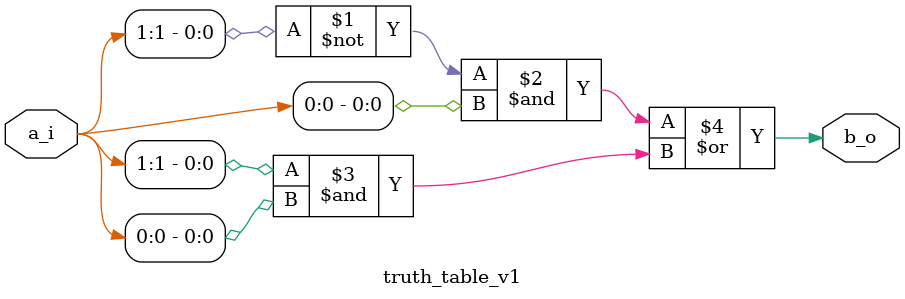
<source format=v>

module truth_table_v1 (
	input wire [1:0] a_i,
	
	output wire 	  b_o
);

	assign b_o = (~a_i[1] & a_i[0]) | (a_i[1] & a_i[0]);
	
endmodule

</source>
